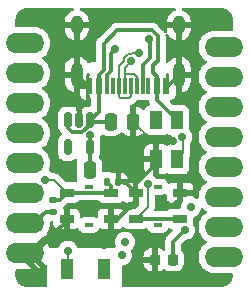
<source format=gbr>
%TF.GenerationSoftware,KiCad,Pcbnew,7.0.9*%
%TF.CreationDate,2024-03-18T09:44:21-07:00*%
%TF.ProjectId,ESP32S3_Board,45535033-3253-4335-9f42-6f6172642e6b,rev?*%
%TF.SameCoordinates,Original*%
%TF.FileFunction,Copper,L1,Top*%
%TF.FilePolarity,Positive*%
%FSLAX46Y46*%
G04 Gerber Fmt 4.6, Leading zero omitted, Abs format (unit mm)*
G04 Created by KiCad (PCBNEW 7.0.9) date 2024-03-18 09:44:21*
%MOMM*%
%LPD*%
G01*
G04 APERTURE LIST*
G04 Aperture macros list*
%AMRoundRect*
0 Rectangle with rounded corners*
0 $1 Rounding radius*
0 $2 $3 $4 $5 $6 $7 $8 $9 X,Y pos of 4 corners*
0 Add a 4 corners polygon primitive as box body*
4,1,4,$2,$3,$4,$5,$6,$7,$8,$9,$2,$3,0*
0 Add four circle primitives for the rounded corners*
1,1,$1+$1,$2,$3*
1,1,$1+$1,$4,$5*
1,1,$1+$1,$6,$7*
1,1,$1+$1,$8,$9*
0 Add four rect primitives between the rounded corners*
20,1,$1+$1,$2,$3,$4,$5,0*
20,1,$1+$1,$4,$5,$6,$7,0*
20,1,$1+$1,$6,$7,$8,$9,0*
20,1,$1+$1,$8,$9,$2,$3,0*%
G04 Aperture macros list end*
%TA.AperFunction,SMDPad,CuDef*%
%ADD10R,0.600000X1.450000*%
%TD*%
%TA.AperFunction,SMDPad,CuDef*%
%ADD11R,0.300000X1.450000*%
%TD*%
%TA.AperFunction,ComponentPad*%
%ADD12O,1.000000X2.100000*%
%TD*%
%TA.AperFunction,ComponentPad*%
%ADD13O,1.000000X1.600000*%
%TD*%
%TA.AperFunction,SMDPad,CuDef*%
%ADD14RoundRect,0.225000X0.225000X0.250000X-0.225000X0.250000X-0.225000X-0.250000X0.225000X-0.250000X0*%
%TD*%
%TA.AperFunction,SMDPad,CuDef*%
%ADD15RoundRect,0.250000X-0.250000X-0.475000X0.250000X-0.475000X0.250000X0.475000X-0.250000X0.475000X0*%
%TD*%
%TA.AperFunction,SMDPad,CuDef*%
%ADD16RoundRect,0.250000X0.250000X0.475000X-0.250000X0.475000X-0.250000X-0.475000X0.250000X-0.475000X0*%
%TD*%
%TA.AperFunction,SMDPad,CuDef*%
%ADD17R,1.250000X0.700000*%
%TD*%
%TA.AperFunction,SMDPad,CuDef*%
%ADD18R,0.700000X0.350000*%
%TD*%
%TA.AperFunction,SMDPad,CuDef*%
%ADD19R,1.000000X1.750000*%
%TD*%
%TA.AperFunction,ComponentPad*%
%ADD20O,2.400000X1.700000*%
%TD*%
%TA.AperFunction,SMDPad,CuDef*%
%ADD21RoundRect,0.140000X-0.140000X-0.170000X0.140000X-0.170000X0.140000X0.170000X-0.140000X0.170000X0*%
%TD*%
%TA.AperFunction,SMDPad,CuDef*%
%ADD22RoundRect,0.150000X-0.150000X0.512500X-0.150000X-0.512500X0.150000X-0.512500X0.150000X0.512500X0*%
%TD*%
%TA.AperFunction,SMDPad,CuDef*%
%ADD23RoundRect,0.135000X0.185000X-0.135000X0.185000X0.135000X-0.185000X0.135000X-0.185000X-0.135000X0*%
%TD*%
%TA.AperFunction,SMDPad,CuDef*%
%ADD24R,1.000000X1.550000*%
%TD*%
%TA.AperFunction,ViaPad*%
%ADD25C,0.700000*%
%TD*%
%TA.AperFunction,Conductor*%
%ADD26C,0.200000*%
%TD*%
%TA.AperFunction,Conductor*%
%ADD27C,0.300000*%
%TD*%
G04 APERTURE END LIST*
D10*
%TO.P,J1,A1,GND*%
%TO.N,GND*%
X149300000Y-83293000D03*
%TO.P,J1,A4,VBUS*%
%TO.N,VBUS*%
X148500000Y-83293000D03*
D11*
%TO.P,J1,A5,CC1*%
%TO.N,Net-(J1-CC1)*%
X147300000Y-83293000D03*
%TO.P,J1,A6,D+*%
%TO.N,/USB_D+*%
X146300000Y-83293000D03*
%TO.P,J1,A7,D-*%
%TO.N,/USB_D-*%
X145800000Y-83293000D03*
%TO.P,J1,A8,SBU1*%
%TO.N,unconnected-(J1-SBU1-PadA8)*%
X144800000Y-83293000D03*
D10*
%TO.P,J1,A9,VBUS*%
%TO.N,VBUS*%
X143600000Y-83293000D03*
%TO.P,J1,A12,GND*%
%TO.N,GND*%
X142800000Y-83293000D03*
%TO.P,J1,B1,GND*%
X142800000Y-83293000D03*
%TO.P,J1,B4,VBUS*%
%TO.N,VBUS*%
X143600000Y-83293000D03*
D11*
%TO.P,J1,B5,CC2*%
%TO.N,Net-(J1-CC2)*%
X144300000Y-83293000D03*
%TO.P,J1,B6,D+*%
%TO.N,/USB_D+*%
X145300000Y-83293000D03*
%TO.P,J1,B7,D-*%
%TO.N,/USB_D-*%
X146800000Y-83293000D03*
%TO.P,J1,B8,SBU2*%
%TO.N,unconnected-(J1-SBU2-PadB8)*%
X147800000Y-83293000D03*
D10*
%TO.P,J1,B9,VBUS*%
%TO.N,VBUS*%
X148500000Y-83293000D03*
%TO.P,J1,B12,GND*%
%TO.N,GND*%
X149300000Y-83293000D03*
D12*
%TO.P,J1,S1,SHIELD*%
X150370000Y-82378000D03*
D13*
X150370000Y-78198000D03*
D12*
X141730000Y-82378000D03*
D13*
X141730000Y-78198000D03*
%TD*%
D14*
%TO.P,C7,1*%
%TO.N,+3.3V*%
X149873000Y-98044000D03*
%TO.P,C7,2*%
%TO.N,GND*%
X148323000Y-98044000D03*
%TD*%
D15*
%TO.P,C13,1*%
%TO.N,VBUS*%
X144592000Y-86360000D03*
%TO.P,C13,2*%
%TO.N,GND*%
X146492000Y-86360000D03*
%TD*%
D16*
%TO.P,C12,1*%
%TO.N,+3.3V*%
X142870000Y-90424000D03*
%TO.P,C12,2*%
%TO.N,GND*%
X140970000Y-90424000D03*
%TD*%
D17*
%TO.P,SW2,1,1*%
%TO.N,GND*%
X146710000Y-92372000D03*
X150470000Y-92372000D03*
%TO.P,SW2,2,2*%
%TO.N,/BOOT*%
X146710000Y-94572000D03*
X150470000Y-94572000D03*
D18*
%TO.P,SW2,3*%
%TO.N,N/C*%
X148590000Y-95102000D03*
%TO.P,SW2,4*%
X148590000Y-91842000D03*
%TD*%
D19*
%TO.P,AE1,1,ANT*%
%TO.N,Net-(AE1-ANT)*%
X140914000Y-98806000D03*
%TO.P,AE1,2,2*%
%TO.N,unconnected-(AE1-Pad2)*%
X144074000Y-98806000D03*
%TD*%
D20*
%TO.P,J2,1,Pin_1*%
%TO.N,/IO7*%
X136930000Y-79710000D03*
X137780000Y-79710000D03*
%TO.P,J2,2,Pin_2*%
%TO.N,/IO6*%
X136930000Y-82250000D03*
X137780000Y-82250000D03*
%TO.P,J2,3,Pin_3*%
%TO.N,/IO5*%
X136930000Y-84790000D03*
X137780000Y-84790000D03*
%TO.P,J2,4,Pin_4*%
%TO.N,/IO4*%
X136930000Y-87330000D03*
X137780000Y-87330000D03*
%TO.P,J2,5,Pin_5*%
%TO.N,/IO3*%
X136930000Y-89870000D03*
X137780000Y-89870000D03*
%TO.P,J2,6,Pin_6*%
%TO.N,/IO2*%
X136930000Y-92410000D03*
X137780000Y-92410000D03*
%TO.P,J2,7,Pin_7*%
%TO.N,+3.3V*%
X136930000Y-94950000D03*
X137780000Y-94950000D03*
%TO.P,J2,8,Pin_8*%
%TO.N,GND*%
X136930000Y-97490000D03*
X137780000Y-97490000D03*
%TD*%
D21*
%TO.P,C11,1*%
%TO.N,/RESET*%
X144300000Y-91440000D03*
%TO.P,C11,2*%
%TO.N,GND*%
X145260000Y-91440000D03*
%TD*%
D17*
%TO.P,SW1,1,1*%
%TO.N,GND*%
X144628000Y-94572000D03*
X140868000Y-94572000D03*
%TO.P,SW1,2,2*%
%TO.N,/RESET*%
X144628000Y-92372000D03*
X140868000Y-92372000D03*
D18*
%TO.P,SW1,3*%
%TO.N,N/C*%
X142748000Y-91842000D03*
%TO.P,SW1,4*%
X142748000Y-95102000D03*
%TD*%
D22*
%TO.P,U2,1,VIN*%
%TO.N,VBUS*%
X142870000Y-86238500D03*
%TO.P,U2,2,GND*%
%TO.N,GND*%
X141920000Y-86238500D03*
%TO.P,U2,3,EN*%
%TO.N,VBUS*%
X140970000Y-86238500D03*
%TO.P,U2,4,NC*%
%TO.N,unconnected-(U2-NC-Pad4)*%
X140970000Y-88513500D03*
%TO.P,U2,5,VOUT*%
%TO.N,+3.3V*%
X142870000Y-88513500D03*
%TD*%
D23*
%TO.P,R2,1*%
%TO.N,+3.3V*%
X139700000Y-93982000D03*
%TO.P,R2,2*%
%TO.N,/RESET*%
X139700000Y-92962000D03*
%TD*%
D20*
%TO.P,J3,1,Pin_1*%
%TO.N,/IO17*%
X153740000Y-80010000D03*
X154590000Y-80010000D03*
%TO.P,J3,2,Pin_2*%
%TO.N,/IO33*%
X153740000Y-82550000D03*
X154590000Y-82550000D03*
%TO.P,J3,3,Pin_3*%
%TO.N,/IO34*%
X153740000Y-85090000D03*
X154590000Y-85090000D03*
%TO.P,J3,4,Pin_4*%
%TO.N,/IO35*%
X153740000Y-87630000D03*
X154590000Y-87630000D03*
%TO.P,J3,5,Pin_5*%
%TO.N,/IO36*%
X153740000Y-90170000D03*
X154590000Y-90170000D03*
%TO.P,J3,6,Pin_6*%
%TO.N,/IO37*%
X153740000Y-92710000D03*
X154590000Y-92710000D03*
%TO.P,J3,7,Pin_7*%
%TO.N,/IO38*%
X153740000Y-95250000D03*
X154590000Y-95250000D03*
%TO.P,J3,8,Pin_8*%
%TO.N,/IO45*%
X153740000Y-97790000D03*
X154590000Y-97790000D03*
%TD*%
D24*
%TO.P,LED1,1,VDD*%
%TO.N,VBUS*%
X150242000Y-86244000D03*
%TO.P,LED1,2,DOUT*%
%TO.N,unconnected-(LED1-DOUT-Pad2)*%
X148462000Y-86244000D03*
%TO.P,LED1,3,VSS*%
%TO.N,GND*%
X148462000Y-89524000D03*
%TO.P,LED1,4,DIN*%
%TO.N,/IO21*%
X150242000Y-89524000D03*
%TD*%
D25*
%TO.N,Net-(J1-CC1)*%
X147828756Y-79365519D03*
%TO.N,/RESET*%
X139077729Y-91325729D03*
%TO.N,/BOOT*%
X147740965Y-91656048D03*
%TO.N,+3.3V*%
X150876000Y-95504000D03*
X145542000Y-97663000D03*
X142876042Y-87504042D03*
X151384000Y-93599000D03*
%TO.N,/USB_D-*%
X146349124Y-81234876D03*
%TO.N,/USB_D+*%
X147020876Y-80563124D03*
%TO.N,GND*%
X146304000Y-89281000D03*
X146268666Y-93531762D03*
X149860000Y-88011000D03*
X144526000Y-88265000D03*
X146304000Y-90170000D03*
X150241000Y-93345000D03*
X144526000Y-89281000D03*
X151765000Y-96393000D03*
X146558000Y-98806000D03*
X146304000Y-88265000D03*
X145415000Y-90170000D03*
X140187680Y-90332578D03*
X138430000Y-99314000D03*
X146177000Y-99695000D03*
X142113000Y-84963000D03*
X145415000Y-89281000D03*
X145415000Y-88265000D03*
X144526000Y-90170000D03*
X144018000Y-96774000D03*
%TO.N,/IO21*%
X150657500Y-87630000D03*
%TO.N,Net-(J1-CC2)*%
X144991089Y-80221089D03*
%TO.N,Net-(C10-Pad2)*%
X145796000Y-96520000D03*
%TO.N,Net-(AE1-ANT)*%
X140970000Y-97282000D03*
%TD*%
D26*
%TO.N,/RESET*%
X139077729Y-91325729D02*
X139821729Y-91325729D01*
X139821729Y-91325729D02*
X140868000Y-92372000D01*
D27*
%TO.N,Net-(J1-CC1)*%
X147300000Y-81544162D02*
X147300000Y-83293000D01*
X147907170Y-79443933D02*
X147828756Y-79365519D01*
X147907170Y-80936992D02*
X147907170Y-79443933D01*
X147907170Y-80936992D02*
X147300000Y-81544162D01*
%TO.N,/RESET*%
X144628000Y-91768000D02*
X144300000Y-91440000D01*
X139700000Y-92962000D02*
X140278000Y-92962000D01*
X140278000Y-92962000D02*
X140868000Y-92372000D01*
X144628000Y-92372000D02*
X144628000Y-91768000D01*
X140868000Y-92372000D02*
X144628000Y-92372000D01*
D26*
%TO.N,/BOOT*%
X147740965Y-93541035D02*
X146710000Y-94572000D01*
D27*
X146710000Y-94572000D02*
X150470000Y-94572000D01*
D26*
X147740965Y-91656048D02*
X147740965Y-93541035D01*
D27*
%TO.N,+3.3V*%
X150876000Y-95504000D02*
X149873000Y-96507000D01*
X149873000Y-96507000D02*
X149873000Y-98044000D01*
X139098000Y-93982000D02*
X138130000Y-94950000D01*
X142870000Y-88513500D02*
X142870000Y-90424000D01*
X142870000Y-88513500D02*
X142870000Y-87510084D01*
X142870000Y-87510084D02*
X142876042Y-87504042D01*
X139700000Y-93982000D02*
X139098000Y-93982000D01*
D26*
%TO.N,/USB_D-*%
X145775000Y-81809000D02*
X145775000Y-82180499D01*
X146580000Y-82318000D02*
X146800000Y-82538000D01*
X145775000Y-82180499D02*
X145800000Y-82205499D01*
X146349124Y-81234876D02*
X145775000Y-81809000D01*
X145800000Y-82368000D02*
X145850000Y-82318000D01*
X146800000Y-82538000D02*
X146800000Y-83293000D01*
X145800000Y-83293000D02*
X145800000Y-82368000D01*
X145800000Y-82205499D02*
X145800000Y-83293000D01*
X145850000Y-82318000D02*
X146580000Y-82318000D01*
%TO.N,/USB_D+*%
X146312726Y-80634876D02*
X146100595Y-80634876D01*
X146384478Y-80563124D02*
X146312726Y-80634876D01*
X145749124Y-80986347D02*
X145749124Y-81198478D01*
X145300000Y-84218000D02*
X145410000Y-84328000D01*
X145749124Y-81198478D02*
X145325000Y-81622602D01*
X145300000Y-82205499D02*
X145300000Y-83293000D01*
X145325000Y-81622602D02*
X145325000Y-82180499D01*
X145325000Y-82180499D02*
X145300000Y-82205499D01*
X145300000Y-83293000D02*
X145300000Y-84218000D01*
X146300000Y-84218000D02*
X146300000Y-83293000D01*
X145410000Y-84328000D02*
X146190000Y-84328000D01*
X147020876Y-80563124D02*
X146384478Y-80563124D01*
X146190000Y-84328000D02*
X146300000Y-84218000D01*
X146100595Y-80634876D02*
X145749124Y-80986347D01*
%TO.N,GND*%
X142113000Y-86045500D02*
X141920000Y-86238500D01*
X148143000Y-88011000D02*
X149860000Y-88011000D01*
X146492000Y-86360000D02*
X148143000Y-88011000D01*
D27*
X150470000Y-92372000D02*
X150470000Y-93116000D01*
X142800000Y-83293000D02*
X142645000Y-83293000D01*
X145228428Y-94572000D02*
X146268666Y-93531762D01*
X146710000Y-92372000D02*
X146710000Y-93090428D01*
X149300000Y-83293000D02*
X149455000Y-83293000D01*
X142645000Y-83293000D02*
X141730000Y-82378000D01*
X148323000Y-98044000D02*
X147320000Y-98044000D01*
X145260000Y-91440000D02*
X145778000Y-91440000D01*
D26*
X142113000Y-84963000D02*
X142113000Y-86045500D01*
D27*
X140868000Y-94752000D02*
X138130000Y-97490000D01*
X140868000Y-94572000D02*
X140868000Y-94752000D01*
X145260000Y-91440000D02*
X145260000Y-90325000D01*
X146710000Y-91669000D02*
X146710000Y-92372000D01*
X148462000Y-89524000D02*
X148462000Y-89917000D01*
X149455000Y-83293000D02*
X150370000Y-82378000D01*
X150470000Y-93116000D02*
X150241000Y-93345000D01*
X145778000Y-91440000D02*
X146710000Y-92372000D01*
X148462000Y-89917000D02*
X146710000Y-91669000D01*
X146710000Y-93090428D02*
X146268666Y-93531762D01*
X140187680Y-90332578D02*
X140878578Y-90332578D01*
X144628000Y-94572000D02*
X145228428Y-94572000D01*
X147320000Y-98044000D02*
X146558000Y-98806000D01*
X145260000Y-90325000D02*
X145415000Y-90170000D01*
X140878578Y-90332578D02*
X140970000Y-90424000D01*
%TO.N,VBUS*%
X148215000Y-81547695D02*
X148590000Y-81172695D01*
X144592000Y-86360000D02*
X142991500Y-86360000D01*
X148500000Y-84502000D02*
X150242000Y-86244000D01*
X148590000Y-79121000D02*
X148082000Y-78613000D01*
X142991500Y-86360000D02*
X142870000Y-86238500D01*
X148215000Y-82233000D02*
X148215000Y-81547695D01*
X143600000Y-82433305D02*
X143600000Y-83293000D01*
X145161000Y-78613000D02*
X144018000Y-79756000D01*
X140970000Y-86238500D02*
X140970000Y-86900999D01*
X148500000Y-83293000D02*
X148500000Y-82518000D01*
X148082000Y-78613000D02*
X145161000Y-78613000D01*
X143600000Y-83293000D02*
X143600000Y-85508500D01*
X144018000Y-82015305D02*
X143600000Y-82433305D01*
X148500000Y-82518000D02*
X148215000Y-82233000D01*
X140970000Y-86900999D02*
X141318001Y-87249000D01*
X148590000Y-81172695D02*
X148590000Y-79121000D01*
X141318001Y-87249000D02*
X142212552Y-87249000D01*
X143600000Y-85508500D02*
X142870000Y-86238500D01*
X142212552Y-87249000D02*
X142870000Y-86591552D01*
X144018000Y-79756000D02*
X144018000Y-82015305D01*
X142870000Y-86591552D02*
X142870000Y-86238500D01*
X148500000Y-83293000D02*
X148500000Y-84502000D01*
D26*
%TO.N,/IO21*%
X150657500Y-87630000D02*
X150749000Y-87721500D01*
X150749000Y-89017000D02*
X150242000Y-89524000D01*
X150749000Y-87721500D02*
X150749000Y-89017000D01*
D27*
%TO.N,Net-(J1-CC2)*%
X144300000Y-83293000D02*
X144300000Y-82369701D01*
X144595000Y-80617178D02*
X144991089Y-80221089D01*
X144595000Y-82074701D02*
X144595000Y-80617178D01*
X144300000Y-82369701D02*
X144595000Y-82074701D01*
D26*
%TO.N,Net-(AE1-ANT)*%
X140970000Y-98750000D02*
X140914000Y-98806000D01*
X140970000Y-97282000D02*
X140970000Y-98750000D01*
%TD*%
%TA.AperFunction,Conductor*%
%TO.N,GND*%
G36*
X140418129Y-89544076D02*
G01*
X140418133Y-89544079D01*
X140418135Y-89544081D01*
X140559602Y-89627744D01*
X140601224Y-89639836D01*
X140717426Y-89673597D01*
X140717429Y-89673597D01*
X140717431Y-89673598D01*
X140729722Y-89674565D01*
X140754304Y-89676500D01*
X140754306Y-89676500D01*
X141185696Y-89676500D01*
X141204131Y-89675049D01*
X141222569Y-89673598D01*
X141222571Y-89673597D01*
X141222573Y-89673597D01*
X141264191Y-89661505D01*
X141380398Y-89627744D01*
X141521865Y-89544081D01*
X141530946Y-89535000D01*
X141732000Y-89535000D01*
X141732000Y-91440000D01*
X140785235Y-91440000D01*
X140277049Y-90931814D01*
X140271709Y-90925724D01*
X140250011Y-90897447D01*
X140124570Y-90801193D01*
X139978491Y-90740685D01*
X139978489Y-90740684D01*
X139861090Y-90725229D01*
X139821729Y-90720047D01*
X139786399Y-90724698D01*
X139778301Y-90725229D01*
X139736458Y-90725229D01*
X139669419Y-90705544D01*
X139653484Y-90693378D01*
X139649962Y-90690206D01*
X139649959Y-90690203D01*
X139627827Y-90674123D01*
X139573000Y-90634288D01*
X139573000Y-89789000D01*
X139827000Y-89535000D01*
X140409053Y-89535000D01*
X140418129Y-89544076D01*
G37*
%TD.AperFunction*%
%TD*%
%TA.AperFunction,Conductor*%
%TO.N,GND*%
G36*
X137017680Y-97224128D02*
G01*
X138564696Y-98771144D01*
X138593492Y-98763429D01*
X138593493Y-98763429D01*
X138666044Y-98729597D01*
X137815696Y-97879249D01*
X137856900Y-97914952D01*
X137987685Y-97974680D01*
X138094237Y-97990000D01*
X138165763Y-97990000D01*
X138272315Y-97974680D01*
X138403100Y-97914952D01*
X138486359Y-97842807D01*
X139094004Y-98450452D01*
X139135039Y-98462502D01*
X139180794Y-98515306D01*
X139183583Y-98528126D01*
X139192000Y-98548447D01*
X139192000Y-98879776D01*
X139192000Y-100205500D01*
X139172315Y-100272539D01*
X139119511Y-100318294D01*
X139068000Y-100329500D01*
X137527710Y-100329500D01*
X137522303Y-100329264D01*
X137520015Y-100329063D01*
X137479554Y-100325523D01*
X137353238Y-100313082D01*
X137333299Y-100309454D01*
X137266669Y-100291601D01*
X137173435Y-100263319D01*
X137157027Y-100257040D01*
X137108433Y-100234381D01*
X137089618Y-100225607D01*
X137086605Y-100224101D01*
X137002671Y-100179236D01*
X136996331Y-100175341D01*
X136930170Y-100129015D01*
X136926398Y-100126154D01*
X136854190Y-100066895D01*
X136849688Y-100062815D01*
X136792182Y-100005309D01*
X136788103Y-100000808D01*
X136728844Y-99928600D01*
X136725983Y-99924828D01*
X136679657Y-99858667D01*
X136675762Y-99852327D01*
X136650982Y-99805969D01*
X136630888Y-99768375D01*
X136629406Y-99765411D01*
X136597958Y-99697971D01*
X136591682Y-99681570D01*
X136563398Y-99588330D01*
X136545541Y-99521685D01*
X136541918Y-99501771D01*
X136529482Y-99375519D01*
X136525735Y-99332695D01*
X136525500Y-99327293D01*
X136525500Y-98964000D01*
X136545185Y-98896961D01*
X136597989Y-98851206D01*
X136649500Y-98840000D01*
X137338946Y-98840000D01*
X137344189Y-98839541D01*
X137365811Y-98839541D01*
X137371054Y-98840000D01*
X137926446Y-98840000D01*
X136932552Y-97846106D01*
X136961761Y-97820798D01*
X137039493Y-97699844D01*
X137080000Y-97561889D01*
X137080000Y-97418111D01*
X137039493Y-97280156D01*
X136993498Y-97208587D01*
X137017680Y-97224128D01*
G37*
%TD.AperFunction*%
%TA.AperFunction,Conductor*%
G36*
X153942695Y-76708735D02*
G01*
X153985519Y-76712482D01*
X154111771Y-76724918D01*
X154131685Y-76728541D01*
X154198349Y-76746403D01*
X154291570Y-76774682D01*
X154307971Y-76780958D01*
X154308848Y-76781367D01*
X154375411Y-76812406D01*
X154378375Y-76813888D01*
X154415969Y-76833982D01*
X154462327Y-76858762D01*
X154468667Y-76862657D01*
X154534828Y-76908983D01*
X154538600Y-76911844D01*
X154544494Y-76916681D01*
X154583609Y-76948782D01*
X154610808Y-76971103D01*
X154615309Y-76975182D01*
X154672815Y-77032688D01*
X154676895Y-77037190D01*
X154736154Y-77109398D01*
X154739015Y-77113170D01*
X154785341Y-77179331D01*
X154789236Y-77185671D01*
X154834101Y-77269605D01*
X154835614Y-77272631D01*
X154867040Y-77340027D01*
X154873319Y-77356435D01*
X154901601Y-77449669D01*
X154919454Y-77516299D01*
X154923082Y-77536238D01*
X154935523Y-77662554D01*
X154939264Y-77705302D01*
X154939500Y-77710710D01*
X154939500Y-78535500D01*
X154919815Y-78602539D01*
X154867011Y-78648294D01*
X154815500Y-78659500D01*
X154181028Y-78659500D01*
X154175784Y-78659958D01*
X154154216Y-78659958D01*
X154148972Y-78659500D01*
X154148966Y-78659500D01*
X153331034Y-78659500D01*
X153154596Y-78674936D01*
X153154586Y-78674938D01*
X152926344Y-78736094D01*
X152926335Y-78736098D01*
X152712171Y-78835964D01*
X152712169Y-78835965D01*
X152518597Y-78971505D01*
X152351506Y-79138597D01*
X152351501Y-79138604D01*
X152215967Y-79332165D01*
X152215965Y-79332169D01*
X152184133Y-79400434D01*
X152117503Y-79543323D01*
X152116098Y-79546335D01*
X152116094Y-79546344D01*
X152054938Y-79774586D01*
X152054936Y-79774596D01*
X152034341Y-80009999D01*
X152034341Y-80010000D01*
X152054936Y-80245403D01*
X152054938Y-80245413D01*
X152116094Y-80473655D01*
X152116096Y-80473659D01*
X152116097Y-80473663D01*
X152166031Y-80580746D01*
X152215964Y-80687828D01*
X152215965Y-80687830D01*
X152351505Y-80881402D01*
X152518597Y-81048494D01*
X152704158Y-81178425D01*
X152747783Y-81233002D01*
X152754977Y-81302500D01*
X152723454Y-81364855D01*
X152704158Y-81381575D01*
X152518597Y-81511505D01*
X152351506Y-81678597D01*
X152351501Y-81678604D01*
X152215967Y-81872165D01*
X152215965Y-81872169D01*
X152116098Y-82086335D01*
X152116094Y-82086344D01*
X152054938Y-82314586D01*
X152054936Y-82314596D01*
X152034341Y-82549999D01*
X152034341Y-82550000D01*
X152054936Y-82785403D01*
X152054938Y-82785413D01*
X152116094Y-83013655D01*
X152116096Y-83013659D01*
X152116097Y-83013663D01*
X152151072Y-83088666D01*
X152215964Y-83227828D01*
X152215965Y-83227830D01*
X152351505Y-83421402D01*
X152518597Y-83588494D01*
X152704158Y-83718425D01*
X152747783Y-83773002D01*
X152754977Y-83842500D01*
X152723454Y-83904855D01*
X152704158Y-83921575D01*
X152518597Y-84051505D01*
X152351506Y-84218597D01*
X152351501Y-84218604D01*
X152215967Y-84412165D01*
X152215965Y-84412169D01*
X152116098Y-84626335D01*
X152116094Y-84626344D01*
X152054938Y-84854586D01*
X152054936Y-84854596D01*
X152034341Y-85089999D01*
X152034341Y-85090000D01*
X152054936Y-85325403D01*
X152054938Y-85325413D01*
X152116094Y-85553655D01*
X152116096Y-85553659D01*
X152116097Y-85553663D01*
X152148628Y-85623426D01*
X152215964Y-85767828D01*
X152215965Y-85767830D01*
X152351505Y-85961402D01*
X152518597Y-86128494D01*
X152704158Y-86258425D01*
X152747783Y-86313002D01*
X152754977Y-86382500D01*
X152723454Y-86444855D01*
X152704158Y-86461575D01*
X152518597Y-86591505D01*
X152351506Y-86758597D01*
X152351501Y-86758604D01*
X152215967Y-86952165D01*
X152215965Y-86952169D01*
X152116098Y-87166335D01*
X152116094Y-87166344D01*
X152054938Y-87394586D01*
X152054936Y-87394596D01*
X152034341Y-87629999D01*
X152034341Y-87630000D01*
X152054936Y-87865403D01*
X152054938Y-87865413D01*
X152116094Y-88093655D01*
X152116096Y-88093659D01*
X152116097Y-88093663D01*
X152134170Y-88132420D01*
X152215964Y-88307828D01*
X152215965Y-88307830D01*
X152351505Y-88501402D01*
X152518597Y-88668494D01*
X152704158Y-88798425D01*
X152747783Y-88853002D01*
X152754977Y-88922500D01*
X152723454Y-88984855D01*
X152704158Y-89001575D01*
X152518597Y-89131505D01*
X152351506Y-89298597D01*
X152351501Y-89298604D01*
X152215967Y-89492165D01*
X152215965Y-89492169D01*
X152116098Y-89706335D01*
X152116094Y-89706344D01*
X152054938Y-89934586D01*
X152054936Y-89934596D01*
X152034341Y-90169999D01*
X152034341Y-90170000D01*
X152054936Y-90405403D01*
X152054938Y-90405413D01*
X152116094Y-90633655D01*
X152116096Y-90633659D01*
X152116097Y-90633663D01*
X152149616Y-90705544D01*
X152215964Y-90847828D01*
X152215965Y-90847830D01*
X152351505Y-91041402D01*
X152518597Y-91208494D01*
X152704158Y-91338425D01*
X152747783Y-91393002D01*
X152754977Y-91462500D01*
X152723454Y-91524855D01*
X152704158Y-91541575D01*
X152518597Y-91671505D01*
X152351506Y-91838597D01*
X152351501Y-91838604D01*
X152215967Y-92032165D01*
X152215965Y-92032169D01*
X152116098Y-92246335D01*
X152116094Y-92246344D01*
X152054938Y-92474586D01*
X152054936Y-92474596D01*
X152034341Y-92709999D01*
X152034341Y-92710003D01*
X152039609Y-92770225D01*
X152025842Y-92838725D01*
X151977226Y-92888907D01*
X151909197Y-92904840D01*
X151843354Y-92881464D01*
X151843194Y-92881348D01*
X151811593Y-92858388D01*
X151668564Y-92794707D01*
X151615327Y-92749457D01*
X151595006Y-92682608D01*
X151595000Y-92681428D01*
X151595000Y-92622000D01*
X150720000Y-92622000D01*
X150720000Y-93017795D01*
X150700315Y-93084834D01*
X150695695Y-93090887D01*
X150695960Y-93091079D01*
X150692138Y-93096338D01*
X150602750Y-93251164D01*
X150602747Y-93251170D01*
X150547504Y-93421192D01*
X150547503Y-93421194D01*
X150543617Y-93458172D01*
X150530180Y-93586018D01*
X150528136Y-93605463D01*
X150526526Y-93605293D01*
X150509130Y-93664539D01*
X150456326Y-93710294D01*
X150404815Y-93721500D01*
X149797129Y-93721500D01*
X149797123Y-93721501D01*
X149737516Y-93727908D01*
X149602671Y-93778202D01*
X149602664Y-93778206D01*
X149487457Y-93864451D01*
X149487451Y-93864457D01*
X149481948Y-93871809D01*
X149426015Y-93913681D01*
X149382680Y-93921500D01*
X148418927Y-93921500D01*
X148351888Y-93901815D01*
X148306133Y-93849011D01*
X148296189Y-93779853D01*
X148304366Y-93750047D01*
X148305009Y-93748495D01*
X148326009Y-93697797D01*
X148336941Y-93614760D01*
X148339016Y-93599000D01*
X148346647Y-93541036D01*
X148346647Y-93541034D01*
X148344838Y-93527301D01*
X148341995Y-93505704D01*
X148341465Y-93497606D01*
X148341465Y-92641499D01*
X148361150Y-92574460D01*
X148413954Y-92528705D01*
X148465465Y-92517499D01*
X148987871Y-92517499D01*
X148987872Y-92517499D01*
X149047483Y-92511091D01*
X149177669Y-92462534D01*
X149247358Y-92457551D01*
X149308681Y-92491036D01*
X149342166Y-92552359D01*
X149345000Y-92578717D01*
X149345000Y-92769844D01*
X149351401Y-92829372D01*
X149351403Y-92829379D01*
X149401645Y-92964086D01*
X149401649Y-92964093D01*
X149487809Y-93079187D01*
X149487812Y-93079190D01*
X149602906Y-93165350D01*
X149602913Y-93165354D01*
X149737620Y-93215596D01*
X149737627Y-93215598D01*
X149797155Y-93221999D01*
X149797172Y-93222000D01*
X150220000Y-93222000D01*
X150220000Y-91522000D01*
X150720000Y-91522000D01*
X150720000Y-92122000D01*
X151595000Y-92122000D01*
X151595000Y-91974172D01*
X151594999Y-91974155D01*
X151588598Y-91914627D01*
X151588596Y-91914620D01*
X151538354Y-91779913D01*
X151538350Y-91779906D01*
X151452190Y-91664812D01*
X151452187Y-91664809D01*
X151337093Y-91578649D01*
X151337086Y-91578645D01*
X151202379Y-91528403D01*
X151202372Y-91528401D01*
X151142844Y-91522000D01*
X150720000Y-91522000D01*
X150220000Y-91522000D01*
X149797155Y-91522000D01*
X149737627Y-91528401D01*
X149737620Y-91528403D01*
X149602913Y-91578645D01*
X149595128Y-91582897D01*
X149593467Y-91579855D01*
X149543523Y-91598423D01*
X149475267Y-91583497D01*
X149425915Y-91534038D01*
X149418629Y-91518061D01*
X149383798Y-91424673D01*
X149383793Y-91424664D01*
X149297547Y-91309455D01*
X149297544Y-91309452D01*
X149182335Y-91223206D01*
X149182328Y-91223202D01*
X149047482Y-91172908D01*
X149047483Y-91172908D01*
X148987883Y-91166501D01*
X148987881Y-91166500D01*
X148987873Y-91166500D01*
X148987865Y-91166500D01*
X148499843Y-91166500D01*
X148432804Y-91146815D01*
X148407693Y-91125472D01*
X148313200Y-91020526D01*
X148313197Y-91020524D01*
X148313196Y-91020523D01*
X148313195Y-91020522D01*
X148243735Y-90970056D01*
X148201071Y-90914726D01*
X148195092Y-90845113D01*
X148212000Y-90813068D01*
X148212000Y-89774000D01*
X147462000Y-89774000D01*
X147462000Y-90346844D01*
X147468401Y-90406372D01*
X147468403Y-90406379D01*
X147518645Y-90541086D01*
X147518647Y-90541089D01*
X147591453Y-90638344D01*
X147615871Y-90703808D01*
X147601020Y-90772081D01*
X147551615Y-90821487D01*
X147517969Y-90833946D01*
X147476697Y-90842719D01*
X147476693Y-90842720D01*
X147313373Y-90915435D01*
X147168733Y-91020523D01*
X147049105Y-91153384D01*
X146959715Y-91308212D01*
X146959712Y-91308218D01*
X146904469Y-91478240D01*
X146904468Y-91478242D01*
X146885780Y-91656048D01*
X146904468Y-91833852D01*
X146906012Y-91838604D01*
X146953931Y-91986084D01*
X146960000Y-92024398D01*
X146960000Y-93222000D01*
X146996319Y-93258319D01*
X146994463Y-93260174D01*
X147024197Y-93294489D01*
X147034141Y-93363647D01*
X147005116Y-93427203D01*
X146999088Y-93433676D01*
X146869020Y-93563744D01*
X146747583Y-93685181D01*
X146686260Y-93718666D01*
X146659902Y-93721500D01*
X146037129Y-93721500D01*
X146037123Y-93721501D01*
X145977516Y-93727908D01*
X145842671Y-93778202D01*
X145842668Y-93778204D01*
X145742894Y-93852895D01*
X145677429Y-93877312D01*
X145609156Y-93862460D01*
X145594272Y-93852895D01*
X145495089Y-93778647D01*
X145495086Y-93778645D01*
X145360379Y-93728403D01*
X145360372Y-93728401D01*
X145300844Y-93722000D01*
X144878000Y-93722000D01*
X144878000Y-95422000D01*
X145300828Y-95422000D01*
X145300844Y-95421999D01*
X145360372Y-95415598D01*
X145360379Y-95415596D01*
X145495086Y-95365354D01*
X145495093Y-95365350D01*
X145594272Y-95291105D01*
X145659736Y-95266687D01*
X145728009Y-95281538D01*
X145742890Y-95291101D01*
X145742895Y-95291105D01*
X145842669Y-95365796D01*
X145842671Y-95365797D01*
X145977517Y-95416091D01*
X145977516Y-95416091D01*
X145984444Y-95416835D01*
X146037127Y-95422500D01*
X147382872Y-95422499D01*
X147442483Y-95416091D01*
X147577331Y-95365796D01*
X147577334Y-95365793D01*
X147585114Y-95361546D01*
X147586794Y-95364624D01*
X147636508Y-95346075D01*
X147704783Y-95360918D01*
X147754195Y-95410317D01*
X147761552Y-95426425D01*
X147796202Y-95519328D01*
X147796206Y-95519335D01*
X147882452Y-95634544D01*
X147882455Y-95634547D01*
X147997664Y-95720793D01*
X147997671Y-95720797D01*
X148132517Y-95771091D01*
X148132516Y-95771091D01*
X148139444Y-95771835D01*
X148192127Y-95777500D01*
X148987872Y-95777499D01*
X149047483Y-95771091D01*
X149182331Y-95720796D01*
X149297546Y-95634546D01*
X149383796Y-95519331D01*
X149418447Y-95426425D01*
X149460317Y-95370492D01*
X149525781Y-95346074D01*
X149594054Y-95360925D01*
X149595786Y-95362037D01*
X149602671Y-95365797D01*
X149647618Y-95382561D01*
X149737517Y-95416091D01*
X149756523Y-95418134D01*
X149821071Y-95444870D01*
X149860921Y-95502262D01*
X149863416Y-95572087D01*
X149830948Y-95629104D01*
X149473483Y-95986569D01*
X149460910Y-95996643D01*
X149461065Y-95996830D01*
X149455059Y-96001798D01*
X149430434Y-96028021D01*
X149405809Y-96054244D01*
X149394949Y-96065104D01*
X149384088Y-96075965D01*
X149384078Y-96075977D01*
X149379587Y-96081765D01*
X149375801Y-96086197D01*
X149342552Y-96121606D01*
X149332322Y-96140213D01*
X149321646Y-96156464D01*
X149308640Y-96173232D01*
X149308636Y-96173238D01*
X149289348Y-96217811D01*
X149286777Y-96223058D01*
X149263372Y-96265630D01*
X149263372Y-96265631D01*
X149258091Y-96286199D01*
X149251791Y-96304601D01*
X149243364Y-96324073D01*
X149235766Y-96372047D01*
X149234581Y-96377770D01*
X149222500Y-96424818D01*
X149222500Y-96446044D01*
X149220973Y-96465444D01*
X149217653Y-96486403D01*
X149222225Y-96534767D01*
X149222500Y-96540606D01*
X149222500Y-97142125D01*
X149202815Y-97209164D01*
X149186181Y-97229806D01*
X149185327Y-97230660D01*
X149124004Y-97264145D01*
X149054312Y-97259161D01*
X149009965Y-97230660D01*
X149000732Y-97221427D01*
X149000728Y-97221424D01*
X148856492Y-97132457D01*
X148856481Y-97132452D01*
X148695606Y-97079144D01*
X148596322Y-97069000D01*
X148573000Y-97069000D01*
X148573000Y-99018999D01*
X148596308Y-99018999D01*
X148596322Y-99018998D01*
X148695607Y-99008855D01*
X148856481Y-98955547D01*
X148856492Y-98955542D01*
X149000731Y-98866573D01*
X149009959Y-98857345D01*
X149071279Y-98823856D01*
X149140971Y-98828835D01*
X149185327Y-98857339D01*
X149194955Y-98866967D01*
X149194959Y-98866970D01*
X149339294Y-98955998D01*
X149339297Y-98955999D01*
X149339303Y-98956003D01*
X149500292Y-99009349D01*
X149599655Y-99019500D01*
X150146344Y-99019499D01*
X150146352Y-99019498D01*
X150146355Y-99019498D01*
X150200760Y-99013940D01*
X150245708Y-99009349D01*
X150406697Y-98956003D01*
X150551044Y-98866968D01*
X150670968Y-98747044D01*
X150760003Y-98602697D01*
X150813349Y-98441708D01*
X150823500Y-98342345D01*
X150823499Y-97745656D01*
X150813349Y-97646292D01*
X150760003Y-97485303D01*
X150759999Y-97485297D01*
X150759998Y-97485294D01*
X150670970Y-97340959D01*
X150670969Y-97340958D01*
X150670968Y-97340956D01*
X150559818Y-97229806D01*
X150526334Y-97168483D01*
X150523500Y-97142125D01*
X150523500Y-96827808D01*
X150543185Y-96760769D01*
X150559819Y-96740127D01*
X150695091Y-96604855D01*
X150914092Y-96385853D01*
X150975413Y-96352370D01*
X150975477Y-96352356D01*
X151140267Y-96317329D01*
X151303593Y-96244612D01*
X151448230Y-96139526D01*
X151464365Y-96121607D01*
X151474148Y-96110741D01*
X151567859Y-96006665D01*
X151657250Y-95851835D01*
X151712497Y-95681803D01*
X151731185Y-95504000D01*
X151712497Y-95326197D01*
X151678804Y-95222500D01*
X151657252Y-95156170D01*
X151657249Y-95156164D01*
X151608535Y-95071789D01*
X151592062Y-95003889D01*
X151592630Y-94996559D01*
X151595500Y-94969873D01*
X151595499Y-94516348D01*
X151615183Y-94449310D01*
X151667987Y-94403555D01*
X151668959Y-94403116D01*
X151811593Y-94339612D01*
X151956230Y-94234526D01*
X152075859Y-94101665D01*
X152165250Y-93946835D01*
X152220497Y-93776803D01*
X152224367Y-93739982D01*
X152250950Y-93675370D01*
X152308248Y-93635385D01*
X152378067Y-93632725D01*
X152435368Y-93665265D01*
X152518597Y-93748494D01*
X152704158Y-93878425D01*
X152747783Y-93933002D01*
X152754977Y-94002500D01*
X152723454Y-94064855D01*
X152704158Y-94081575D01*
X152518597Y-94211505D01*
X152351506Y-94378597D01*
X152351501Y-94378604D01*
X152215967Y-94572165D01*
X152215965Y-94572169D01*
X152116098Y-94786335D01*
X152116094Y-94786344D01*
X152054938Y-95014586D01*
X152054936Y-95014596D01*
X152034341Y-95249999D01*
X152034341Y-95250000D01*
X152054936Y-95485403D01*
X152054938Y-95485413D01*
X152116094Y-95713655D01*
X152116096Y-95713659D01*
X152116097Y-95713663D01*
X152146746Y-95779389D01*
X152215964Y-95927828D01*
X152215965Y-95927830D01*
X152351505Y-96121402D01*
X152518597Y-96288494D01*
X152704158Y-96418425D01*
X152747783Y-96473002D01*
X152754977Y-96542500D01*
X152723454Y-96604855D01*
X152704158Y-96621575D01*
X152518597Y-96751505D01*
X152351506Y-96918597D01*
X152351501Y-96918604D01*
X152215967Y-97112165D01*
X152215965Y-97112169D01*
X152116098Y-97326335D01*
X152116094Y-97326344D01*
X152054938Y-97554586D01*
X152054936Y-97554596D01*
X152034341Y-97789999D01*
X152034341Y-97790000D01*
X152054936Y-98025403D01*
X152054938Y-98025413D01*
X152116094Y-98253655D01*
X152116096Y-98253659D01*
X152116097Y-98253663D01*
X152134907Y-98294000D01*
X152215964Y-98467828D01*
X152215965Y-98467830D01*
X152351505Y-98661402D01*
X152518597Y-98828494D01*
X152712169Y-98964034D01*
X152712171Y-98964035D01*
X152926337Y-99063903D01*
X153154592Y-99125063D01*
X153331034Y-99140500D01*
X154148960Y-99140500D01*
X154148966Y-99140500D01*
X154154189Y-99140043D01*
X154175811Y-99140043D01*
X154181034Y-99140500D01*
X154815500Y-99140500D01*
X154882539Y-99160185D01*
X154928294Y-99212989D01*
X154939500Y-99264500D01*
X154939500Y-99327289D01*
X154939264Y-99332697D01*
X154935523Y-99375445D01*
X154923082Y-99501760D01*
X154919454Y-99521699D01*
X154901601Y-99588330D01*
X154873318Y-99681563D01*
X154867040Y-99697971D01*
X154835614Y-99765367D01*
X154834101Y-99768393D01*
X154789236Y-99852327D01*
X154785341Y-99858667D01*
X154739015Y-99924828D01*
X154736154Y-99928600D01*
X154676895Y-100000808D01*
X154672806Y-100005320D01*
X154615320Y-100062806D01*
X154610808Y-100066895D01*
X154538600Y-100126154D01*
X154534828Y-100129015D01*
X154468667Y-100175341D01*
X154462327Y-100179236D01*
X154378393Y-100224101D01*
X154375367Y-100225614D01*
X154307971Y-100257040D01*
X154291563Y-100263318D01*
X154198330Y-100291601D01*
X154131699Y-100309454D01*
X154111760Y-100313082D01*
X153985445Y-100325523D01*
X153944789Y-100329080D01*
X153942696Y-100329264D01*
X153937290Y-100329500D01*
X145666000Y-100329500D01*
X145598961Y-100309815D01*
X145553206Y-100257011D01*
X145542000Y-100205500D01*
X145542000Y-98632913D01*
X145561685Y-98565874D01*
X145614489Y-98520119D01*
X145640214Y-98511624D01*
X145806267Y-98476329D01*
X145969593Y-98403612D01*
X146114230Y-98298526D01*
X146118306Y-98294000D01*
X147373001Y-98294000D01*
X147373001Y-98342322D01*
X147383144Y-98441607D01*
X147436452Y-98602481D01*
X147436457Y-98602492D01*
X147525424Y-98746728D01*
X147525427Y-98746732D01*
X147645267Y-98866572D01*
X147645271Y-98866575D01*
X147789507Y-98955542D01*
X147789518Y-98955547D01*
X147950393Y-99008855D01*
X148049683Y-99018999D01*
X148073000Y-99018998D01*
X148073000Y-98294000D01*
X147373001Y-98294000D01*
X146118306Y-98294000D01*
X146154632Y-98253655D01*
X146233859Y-98165665D01*
X146323250Y-98010835D01*
X146378497Y-97840803D01*
X146383416Y-97794000D01*
X147373000Y-97794000D01*
X148073000Y-97794000D01*
X148073000Y-97068999D01*
X148049693Y-97069000D01*
X148049674Y-97069001D01*
X147950392Y-97079144D01*
X147789518Y-97132452D01*
X147789507Y-97132457D01*
X147645271Y-97221424D01*
X147645267Y-97221427D01*
X147525427Y-97341267D01*
X147525424Y-97341271D01*
X147436457Y-97485507D01*
X147436452Y-97485518D01*
X147383144Y-97646393D01*
X147373000Y-97745677D01*
X147373000Y-97794000D01*
X146383416Y-97794000D01*
X146397185Y-97663000D01*
X146378497Y-97485197D01*
X146349912Y-97397222D01*
X146323251Y-97315167D01*
X146321387Y-97310982D01*
X146312093Y-97241733D01*
X146341714Y-97178453D01*
X146361773Y-97160217D01*
X146368230Y-97155526D01*
X146487859Y-97022665D01*
X146577250Y-96867835D01*
X146632497Y-96697803D01*
X146651185Y-96520000D01*
X146632497Y-96342197D01*
X146592466Y-96218994D01*
X146577252Y-96172170D01*
X146577249Y-96172164D01*
X146568185Y-96156464D01*
X146487859Y-96017335D01*
X146441003Y-95965296D01*
X146368235Y-95884478D01*
X146368232Y-95884476D01*
X146368231Y-95884475D01*
X146368230Y-95884474D01*
X146223593Y-95779388D01*
X146060267Y-95706671D01*
X146060265Y-95706670D01*
X145932594Y-95679533D01*
X145885391Y-95669500D01*
X145706609Y-95669500D01*
X145675954Y-95676015D01*
X145531733Y-95706670D01*
X145531728Y-95706672D01*
X145368408Y-95779387D01*
X145223768Y-95884475D01*
X145104140Y-96017336D01*
X145014750Y-96172164D01*
X145014747Y-96172170D01*
X144959504Y-96342192D01*
X144959503Y-96342194D01*
X144940815Y-96520000D01*
X144959503Y-96697805D01*
X144959504Y-96697807D01*
X145014050Y-96865682D01*
X145016045Y-96935523D01*
X144979965Y-96995356D01*
X144917264Y-97026184D01*
X144896119Y-97028000D01*
X141871830Y-97028000D01*
X141804791Y-97008315D01*
X141759036Y-96955511D01*
X141753898Y-96942315D01*
X141751251Y-96934169D01*
X141751250Y-96934165D01*
X141661859Y-96779335D01*
X141588449Y-96697805D01*
X141542235Y-96646478D01*
X141542232Y-96646476D01*
X141542231Y-96646475D01*
X141542230Y-96646474D01*
X141397593Y-96541388D01*
X141234267Y-96468671D01*
X141234265Y-96468670D01*
X141106594Y-96441533D01*
X141059391Y-96431500D01*
X140880609Y-96431500D01*
X140849954Y-96438015D01*
X140705733Y-96468670D01*
X140705728Y-96468672D01*
X140542408Y-96541387D01*
X140397768Y-96646475D01*
X140278140Y-96779336D01*
X140188750Y-96934164D01*
X140188748Y-96934169D01*
X140186102Y-96942315D01*
X140146666Y-96999992D01*
X140082308Y-97027191D01*
X140068170Y-97028000D01*
X139483122Y-97028000D01*
X139416083Y-97008315D01*
X139370740Y-96956404D01*
X139303602Y-96812426D01*
X139303599Y-96812420D01*
X139168113Y-96618926D01*
X139168108Y-96618920D01*
X139086370Y-96537182D01*
X139086369Y-96537182D01*
X138486359Y-97137191D01*
X138403100Y-97065048D01*
X138272315Y-97005320D01*
X138165763Y-96990000D01*
X138094237Y-96990000D01*
X137987685Y-97005320D01*
X137856900Y-97065048D01*
X137815695Y-97100751D01*
X138678363Y-96238081D01*
X138680492Y-96218994D01*
X138724547Y-96164764D01*
X138742443Y-96154524D01*
X138807829Y-96124035D01*
X139001401Y-95988495D01*
X139168495Y-95821401D01*
X139304035Y-95627830D01*
X139403903Y-95413663D01*
X139465063Y-95185408D01*
X139485659Y-94950000D01*
X139480174Y-94887307D01*
X139493941Y-94818807D01*
X139542556Y-94768624D01*
X139603702Y-94752499D01*
X139619000Y-94752499D01*
X139686039Y-94772184D01*
X139731794Y-94824988D01*
X139743000Y-94876499D01*
X139743000Y-94969844D01*
X139749401Y-95029372D01*
X139749403Y-95029379D01*
X139799645Y-95164086D01*
X139799649Y-95164093D01*
X139885809Y-95279187D01*
X139885812Y-95279190D01*
X140000906Y-95365350D01*
X140000913Y-95365354D01*
X140135620Y-95415596D01*
X140135627Y-95415598D01*
X140195155Y-95421999D01*
X140195172Y-95422000D01*
X140618000Y-95422000D01*
X140618000Y-93722000D01*
X141118000Y-93722000D01*
X141118000Y-95422000D01*
X141540828Y-95422000D01*
X141540844Y-95421999D01*
X141600372Y-95415598D01*
X141600379Y-95415596D01*
X141735086Y-95365354D01*
X141742872Y-95361103D01*
X141744543Y-95364163D01*
X141794319Y-95345588D01*
X141862595Y-95360427D01*
X141912009Y-95409823D01*
X141919370Y-95425937D01*
X141954202Y-95519328D01*
X141954206Y-95519335D01*
X142040452Y-95634544D01*
X142040455Y-95634547D01*
X142155664Y-95720793D01*
X142155671Y-95720797D01*
X142290517Y-95771091D01*
X142290516Y-95771091D01*
X142297444Y-95771835D01*
X142350127Y-95777500D01*
X143145872Y-95777499D01*
X143205483Y-95771091D01*
X143340331Y-95720796D01*
X143455546Y-95634546D01*
X143541796Y-95519331D01*
X143576629Y-95425937D01*
X143618499Y-95370004D01*
X143683963Y-95345586D01*
X143752236Y-95360437D01*
X143754093Y-95361630D01*
X143760913Y-95365354D01*
X143895620Y-95415596D01*
X143895627Y-95415598D01*
X143955155Y-95421999D01*
X143955172Y-95422000D01*
X144378000Y-95422000D01*
X144378000Y-93722000D01*
X143955155Y-93722000D01*
X143895627Y-93728401D01*
X143895620Y-93728403D01*
X143760913Y-93778645D01*
X143760906Y-93778649D01*
X143645812Y-93864809D01*
X143645809Y-93864812D01*
X143559649Y-93979906D01*
X143559645Y-93979913D01*
X143509403Y-94114620D01*
X143509401Y-94114627D01*
X143503000Y-94174155D01*
X143503000Y-94365282D01*
X143483315Y-94432321D01*
X143430511Y-94478076D01*
X143361353Y-94488020D01*
X143335667Y-94481464D01*
X143205482Y-94432908D01*
X143205483Y-94432908D01*
X143145883Y-94426501D01*
X143145881Y-94426500D01*
X143145873Y-94426500D01*
X143145864Y-94426500D01*
X142350129Y-94426500D01*
X142350123Y-94426501D01*
X142290516Y-94432908D01*
X142160333Y-94481464D01*
X142090641Y-94486448D01*
X142029318Y-94452963D01*
X141995834Y-94391639D01*
X141993000Y-94365282D01*
X141993000Y-94174172D01*
X141992999Y-94174155D01*
X141986598Y-94114627D01*
X141986596Y-94114620D01*
X141936354Y-93979913D01*
X141936350Y-93979906D01*
X141850190Y-93864812D01*
X141850187Y-93864809D01*
X141735093Y-93778649D01*
X141735086Y-93778645D01*
X141600379Y-93728403D01*
X141600372Y-93728401D01*
X141540844Y-93722000D01*
X141118000Y-93722000D01*
X140618000Y-93722000D01*
X140603106Y-93707106D01*
X140569621Y-93645783D01*
X140574605Y-93576091D01*
X140616477Y-93520158D01*
X140617710Y-93519247D01*
X140633182Y-93508006D01*
X140638038Y-93504816D01*
X140679865Y-93480081D01*
X140694870Y-93465075D01*
X140709668Y-93452436D01*
X140726837Y-93439963D01*
X140757809Y-93402522D01*
X140761713Y-93398231D01*
X140901129Y-93258815D01*
X140962450Y-93225333D01*
X140988808Y-93222499D01*
X141540871Y-93222499D01*
X141540872Y-93222499D01*
X141600483Y-93216091D01*
X141735331Y-93165796D01*
X141850546Y-93079546D01*
X141856052Y-93072191D01*
X141911985Y-93030319D01*
X141955320Y-93022500D01*
X143540680Y-93022500D01*
X143607719Y-93042185D01*
X143639948Y-93072191D01*
X143645454Y-93079546D01*
X143660895Y-93091105D01*
X143760664Y-93165793D01*
X143760671Y-93165797D01*
X143895517Y-93216091D01*
X143895516Y-93216091D01*
X143902444Y-93216835D01*
X143955127Y-93222500D01*
X145300872Y-93222499D01*
X145360483Y-93216091D01*
X145495331Y-93165796D01*
X145595106Y-93091104D01*
X145660568Y-93066687D01*
X145728841Y-93081538D01*
X145743727Y-93091104D01*
X145842911Y-93165352D01*
X145842913Y-93165354D01*
X145977620Y-93215596D01*
X145977627Y-93215598D01*
X146037155Y-93221999D01*
X146037172Y-93222000D01*
X146460000Y-93222000D01*
X146460000Y-91522000D01*
X146080000Y-91522000D01*
X146080000Y-91566000D01*
X146060315Y-91633039D01*
X146007511Y-91678794D01*
X145956000Y-91690000D01*
X145685942Y-91690000D01*
X145618903Y-91670315D01*
X145611631Y-91665266D01*
X145495335Y-91578206D01*
X145495328Y-91578202D01*
X145360482Y-91527908D01*
X145360484Y-91527908D01*
X145301191Y-91521534D01*
X145236640Y-91494796D01*
X145205778Y-91457970D01*
X145202565Y-91452124D01*
X145182620Y-91424673D01*
X145174014Y-91412827D01*
X145170811Y-91407951D01*
X145161970Y-91393002D01*
X145146081Y-91366135D01*
X145146079Y-91366133D01*
X145146078Y-91366131D01*
X145131075Y-91351129D01*
X145118438Y-91336333D01*
X145105963Y-91319163D01*
X145105962Y-91319162D01*
X145104180Y-91316709D01*
X145080702Y-91250902D01*
X145080500Y-91243826D01*
X145080500Y-91205308D01*
X145079295Y-91190000D01*
X145510000Y-91190000D01*
X146038790Y-91190000D01*
X146037145Y-91169089D01*
X145992031Y-91013804D01*
X145909721Y-90874625D01*
X145909714Y-90874616D01*
X145795383Y-90760285D01*
X145795374Y-90760278D01*
X145656193Y-90677967D01*
X145656190Y-90677965D01*
X145510001Y-90635493D01*
X145510000Y-90635494D01*
X145510000Y-91190000D01*
X145079295Y-91190000D01*
X145077643Y-91169008D01*
X145077642Y-91169002D01*
X145032495Y-91013608D01*
X145032492Y-91013600D01*
X145027266Y-91004763D01*
X145010000Y-90941645D01*
X145010000Y-90635494D01*
X145009998Y-90635493D01*
X144863809Y-90677965D01*
X144863806Y-90677967D01*
X144843608Y-90689912D01*
X144775884Y-90707092D01*
X144717370Y-90689910D01*
X144696397Y-90677507D01*
X144696390Y-90677504D01*
X144540997Y-90632357D01*
X144540991Y-90632356D01*
X144504692Y-90629500D01*
X144504690Y-90629500D01*
X144095310Y-90629500D01*
X144095308Y-90629500D01*
X144059010Y-90632356D01*
X144059007Y-90632357D01*
X144029092Y-90641047D01*
X143959224Y-90640848D01*
X143900554Y-90602906D01*
X143871711Y-90539267D01*
X143870499Y-90521971D01*
X143870499Y-89898998D01*
X143870498Y-89898981D01*
X143859999Y-89796203D01*
X143859998Y-89796200D01*
X143852642Y-89774000D01*
X143804814Y-89629666D01*
X143712712Y-89480344D01*
X143650229Y-89417861D01*
X143616744Y-89356538D01*
X143621190Y-89294361D01*
X143619568Y-89293890D01*
X143625347Y-89274000D01*
X147462000Y-89274000D01*
X148212000Y-89274000D01*
X148212000Y-88249000D01*
X147914155Y-88249000D01*
X147854627Y-88255401D01*
X147854620Y-88255403D01*
X147719913Y-88305645D01*
X147719906Y-88305649D01*
X147604812Y-88391809D01*
X147604809Y-88391812D01*
X147518649Y-88506906D01*
X147518645Y-88506913D01*
X147468403Y-88641620D01*
X147468401Y-88641627D01*
X147462000Y-88701155D01*
X147462000Y-89274000D01*
X143625347Y-89274000D01*
X143667597Y-89128573D01*
X143667598Y-89128567D01*
X143670500Y-89091696D01*
X143670500Y-87935304D01*
X143667598Y-87898434D01*
X143667598Y-87898431D01*
X143666236Y-87893743D01*
X143666432Y-87823876D01*
X143667355Y-87820905D01*
X143712539Y-87681845D01*
X143726804Y-87546116D01*
X143753389Y-87481504D01*
X143810686Y-87441519D01*
X143880505Y-87438859D01*
X143915219Y-87453541D01*
X143952689Y-87476652D01*
X144022657Y-87519809D01*
X144022660Y-87519810D01*
X144022666Y-87519814D01*
X144189203Y-87574999D01*
X144291991Y-87585500D01*
X144892008Y-87585499D01*
X144892016Y-87585498D01*
X144892019Y-87585498D01*
X144948302Y-87579748D01*
X144994797Y-87574999D01*
X145161334Y-87519814D01*
X145310656Y-87427712D01*
X145434712Y-87303656D01*
X145436752Y-87300347D01*
X145438745Y-87298555D01*
X145439193Y-87297989D01*
X145439289Y-87298065D01*
X145488694Y-87253623D01*
X145557656Y-87242395D01*
X145621740Y-87270234D01*
X145647829Y-87300339D01*
X145649681Y-87303341D01*
X145649683Y-87303344D01*
X145773654Y-87427315D01*
X145922875Y-87519356D01*
X145922880Y-87519358D01*
X146089302Y-87574505D01*
X146089309Y-87574506D01*
X146192019Y-87584999D01*
X146241999Y-87584998D01*
X146242000Y-87584998D01*
X146242000Y-85134999D01*
X146235853Y-85128852D01*
X146202368Y-85067529D01*
X146207352Y-84997837D01*
X146249224Y-84941904D01*
X146307347Y-84918232D01*
X146346762Y-84913044D01*
X146492841Y-84852536D01*
X146557340Y-84803044D01*
X146618282Y-84756282D01*
X146639979Y-84728004D01*
X146645314Y-84721919D01*
X146693923Y-84673310D01*
X146700000Y-84667981D01*
X146728282Y-84646282D01*
X146737463Y-84634317D01*
X146752452Y-84614785D01*
X146789108Y-84567013D01*
X146845535Y-84525810D01*
X146887484Y-84518499D01*
X146997872Y-84518499D01*
X146997885Y-84518498D01*
X147036744Y-84514320D01*
X147063252Y-84514320D01*
X147102127Y-84518500D01*
X147497872Y-84518499D01*
X147497873Y-84518498D01*
X147497885Y-84518498D01*
X147536744Y-84514320D01*
X147563252Y-84514320D01*
X147602127Y-84518500D01*
X147734295Y-84518499D01*
X147801334Y-84538183D01*
X147847089Y-84590987D01*
X147853371Y-84607903D01*
X147858322Y-84624944D01*
X147862268Y-84643996D01*
X147864928Y-84665054D01*
X147864931Y-84665064D01*
X147882813Y-84710230D01*
X147884705Y-84715758D01*
X147898254Y-84762395D01*
X147898255Y-84762397D01*
X147898256Y-84762398D01*
X147908339Y-84779448D01*
X147909060Y-84780666D01*
X147917622Y-84798145D01*
X147923914Y-84814038D01*
X147930289Y-84883616D01*
X147898035Y-84945595D01*
X147851954Y-84975864D01*
X147719671Y-85025202D01*
X147719664Y-85025206D01*
X147604455Y-85111452D01*
X147604452Y-85111455D01*
X147518206Y-85226664D01*
X147518203Y-85226670D01*
X147484066Y-85318195D01*
X147442194Y-85374128D01*
X147376730Y-85398545D01*
X147308457Y-85383693D01*
X147280203Y-85362542D01*
X147210345Y-85292684D01*
X147061124Y-85200643D01*
X147061119Y-85200641D01*
X146894697Y-85145494D01*
X146894690Y-85145493D01*
X146791986Y-85135000D01*
X146742000Y-85135000D01*
X146742000Y-87584999D01*
X146791972Y-87584999D01*
X146791986Y-87584998D01*
X146894697Y-87574505D01*
X147061119Y-87519358D01*
X147061124Y-87519356D01*
X147210345Y-87427315D01*
X147334315Y-87303345D01*
X147335953Y-87300690D01*
X147337555Y-87299248D01*
X147338798Y-87297677D01*
X147339066Y-87297889D01*
X147387897Y-87253961D01*
X147456858Y-87242733D01*
X147520943Y-87270571D01*
X147540763Y-87291467D01*
X147604452Y-87376544D01*
X147604455Y-87376547D01*
X147719664Y-87462793D01*
X147719671Y-87462797D01*
X147854517Y-87513091D01*
X147854516Y-87513091D01*
X147861444Y-87513835D01*
X147914127Y-87519500D01*
X149009872Y-87519499D01*
X149069483Y-87513091D01*
X149204331Y-87462796D01*
X149277690Y-87407879D01*
X149343152Y-87383462D01*
X149411425Y-87398313D01*
X149426303Y-87407874D01*
X149499665Y-87462793D01*
X149499668Y-87462795D01*
X149499671Y-87462797D01*
X149634517Y-87513091D01*
X149634516Y-87513091D01*
X149692209Y-87519294D01*
X149756760Y-87546032D01*
X149796609Y-87603424D01*
X149802275Y-87629621D01*
X149821003Y-87807804D01*
X149821004Y-87807807D01*
X149876247Y-87977829D01*
X149876249Y-87977832D01*
X149876250Y-87977835D01*
X149893568Y-88007830D01*
X149925132Y-88062501D01*
X149941604Y-88130401D01*
X149918751Y-88196428D01*
X149863829Y-88239618D01*
X149817745Y-88248500D01*
X149694130Y-88248500D01*
X149694123Y-88248501D01*
X149634516Y-88254908D01*
X149499671Y-88305202D01*
X149499669Y-88305204D01*
X149425894Y-88360432D01*
X149360430Y-88384849D01*
X149292157Y-88369998D01*
X149277272Y-88360432D01*
X149204088Y-88305646D01*
X149204086Y-88305645D01*
X149069379Y-88255403D01*
X149069372Y-88255401D01*
X149009844Y-88249000D01*
X148712000Y-88249000D01*
X148712000Y-90799000D01*
X149009828Y-90799000D01*
X149009844Y-90798999D01*
X149069372Y-90792598D01*
X149069379Y-90792596D01*
X149204086Y-90742354D01*
X149204089Y-90742352D01*
X149277271Y-90687568D01*
X149342735Y-90663150D01*
X149411008Y-90678001D01*
X149425887Y-90687563D01*
X149476203Y-90725229D01*
X149499668Y-90742795D01*
X149499671Y-90742797D01*
X149634517Y-90793091D01*
X149634516Y-90793091D01*
X149641444Y-90793835D01*
X149694127Y-90799500D01*
X150789872Y-90799499D01*
X150849483Y-90793091D01*
X150984331Y-90742796D01*
X151099546Y-90656546D01*
X151185796Y-90541331D01*
X151236091Y-90406483D01*
X151242500Y-90346873D01*
X151242499Y-89402380D01*
X151262183Y-89335342D01*
X151268127Y-89326890D01*
X151268452Y-89326465D01*
X151273536Y-89319841D01*
X151273536Y-89319840D01*
X151273537Y-89319840D01*
X151299925Y-89256132D01*
X151334044Y-89173762D01*
X151349500Y-89056361D01*
X151354682Y-89017000D01*
X151350030Y-88981669D01*
X151349500Y-88973571D01*
X151349500Y-88165645D01*
X151366113Y-88103645D01*
X151438750Y-87977835D01*
X151440650Y-87971989D01*
X151445695Y-87956461D01*
X151493997Y-87807803D01*
X151512685Y-87630000D01*
X151493997Y-87452197D01*
X151447967Y-87310532D01*
X151438752Y-87282170D01*
X151438749Y-87282164D01*
X151349359Y-87127335D01*
X151305096Y-87078176D01*
X151274349Y-87044028D01*
X151244119Y-86981037D01*
X151242499Y-86961056D01*
X151242499Y-85421129D01*
X151242498Y-85421123D01*
X151242341Y-85419665D01*
X151236091Y-85361517D01*
X151229626Y-85344184D01*
X151185797Y-85226671D01*
X151185793Y-85226664D01*
X151099547Y-85111455D01*
X151099544Y-85111452D01*
X150984335Y-85025206D01*
X150984328Y-85025202D01*
X150849482Y-84974908D01*
X150849483Y-84974908D01*
X150789883Y-84968501D01*
X150789881Y-84968500D01*
X150789873Y-84968500D01*
X150789865Y-84968500D01*
X149937808Y-84968500D01*
X149870769Y-84948815D01*
X149850127Y-84932181D01*
X149639779Y-84721833D01*
X149606294Y-84660510D01*
X149611278Y-84590818D01*
X149653150Y-84534885D01*
X149700516Y-84516277D01*
X149699832Y-84513380D01*
X149707379Y-84511596D01*
X149842086Y-84461354D01*
X149842093Y-84461350D01*
X149957187Y-84375190D01*
X149957190Y-84375187D01*
X150043350Y-84260093D01*
X150043354Y-84260086D01*
X150093596Y-84125379D01*
X150093598Y-84125372D01*
X150099999Y-84065844D01*
X150100000Y-84065827D01*
X150100000Y-83972550D01*
X150119685Y-83905511D01*
X150120000Y-83905167D01*
X150120000Y-83094110D01*
X150144457Y-83133610D01*
X150233962Y-83201201D01*
X150341840Y-83231895D01*
X150453521Y-83221546D01*
X150553922Y-83171552D01*
X150620000Y-83099069D01*
X150620000Y-83901366D01*
X150621944Y-83901069D01*
X150621945Y-83901069D01*
X150812660Y-83830436D01*
X150812664Y-83830434D01*
X150985267Y-83722850D01*
X151132668Y-83582735D01*
X151132669Y-83582733D01*
X151248856Y-83415804D01*
X151329059Y-83228907D01*
X151370000Y-83029690D01*
X151370000Y-82628000D01*
X150670000Y-82628000D01*
X150670000Y-82128000D01*
X151370000Y-82128000D01*
X151370000Y-81777286D01*
X151354581Y-81625661D01*
X151293700Y-81431618D01*
X151293695Y-81431608D01*
X151194994Y-81253784D01*
X151194994Y-81253783D01*
X151062521Y-81099469D01*
X151062520Y-81099468D01*
X150901695Y-80974981D01*
X150719093Y-80885411D01*
X150620000Y-80859753D01*
X150620000Y-81661889D01*
X150595543Y-81622390D01*
X150506038Y-81554799D01*
X150398160Y-81524105D01*
X150286479Y-81534454D01*
X150186078Y-81584448D01*
X150120000Y-81656930D01*
X150120000Y-80854633D01*
X150118053Y-80854931D01*
X150118047Y-80854933D01*
X149927342Y-80925562D01*
X149927335Y-80925565D01*
X149754732Y-81033149D01*
X149607331Y-81173264D01*
X149607330Y-81173266D01*
X149491142Y-81340197D01*
X149491140Y-81340200D01*
X149487760Y-81348078D01*
X149443232Y-81401921D01*
X149376663Y-81423142D01*
X149309189Y-81405005D01*
X149298328Y-81397553D01*
X149284400Y-81386866D01*
X149243199Y-81330439D01*
X149239045Y-81260692D01*
X149239769Y-81257717D01*
X149240500Y-81254872D01*
X149240500Y-81233650D01*
X149242027Y-81214250D01*
X149242462Y-81211505D01*
X149245347Y-81193290D01*
X149240775Y-81144925D01*
X149240500Y-81139087D01*
X149240500Y-79206501D01*
X149242268Y-79190488D01*
X149242026Y-79190466D01*
X149242758Y-79182710D01*
X149242760Y-79182703D01*
X149240500Y-79110795D01*
X149240500Y-79080075D01*
X149239579Y-79072788D01*
X149239122Y-79066979D01*
X149237597Y-79018430D01*
X149237595Y-79018424D01*
X149236602Y-79012149D01*
X149245553Y-78942855D01*
X149290547Y-78889401D01*
X149357297Y-78868758D01*
X149424612Y-78887480D01*
X149467493Y-78932567D01*
X149545005Y-79072215D01*
X149545005Y-79072216D01*
X149677478Y-79226530D01*
X149677479Y-79226531D01*
X149838304Y-79351018D01*
X150020907Y-79440589D01*
X150120000Y-79466244D01*
X150120000Y-78664110D01*
X150144457Y-78703610D01*
X150233962Y-78771201D01*
X150341840Y-78801895D01*
X150453521Y-78791546D01*
X150553922Y-78741552D01*
X150620000Y-78669069D01*
X150620000Y-79471365D01*
X150621944Y-79471069D01*
X150621945Y-79471069D01*
X150812660Y-79400436D01*
X150812664Y-79400434D01*
X150985267Y-79292850D01*
X151132668Y-79152735D01*
X151132669Y-79152733D01*
X151248856Y-78985804D01*
X151329059Y-78798907D01*
X151370000Y-78599690D01*
X151370000Y-78448000D01*
X150670000Y-78448000D01*
X150670000Y-77948000D01*
X151370000Y-77948000D01*
X151370000Y-77847286D01*
X151354581Y-77695661D01*
X151293700Y-77501618D01*
X151293695Y-77501608D01*
X151194994Y-77323784D01*
X151194994Y-77323783D01*
X151062521Y-77169469D01*
X151062520Y-77169468D01*
X150901695Y-77044981D01*
X150719092Y-76955410D01*
X150719093Y-76955410D01*
X150708009Y-76952541D01*
X150648043Y-76916681D01*
X150616985Y-76854094D01*
X150624694Y-76784651D01*
X150668723Y-76730400D01*
X150735093Y-76708564D01*
X150739090Y-76708500D01*
X153937293Y-76708500D01*
X153942695Y-76708735D01*
G37*
%TD.AperFunction*%
%TA.AperFunction,Conductor*%
G36*
X137670507Y-97280156D02*
G01*
X137630000Y-97418111D01*
X137630000Y-97561889D01*
X137670507Y-97699844D01*
X137732042Y-97795595D01*
X137514128Y-97577681D01*
X137480643Y-97516358D01*
X137485627Y-97446666D01*
X137514128Y-97402319D01*
X137732042Y-97184404D01*
X137670507Y-97280156D01*
G37*
%TD.AperFunction*%
%TA.AperFunction,Conductor*%
G36*
X141437631Y-76728185D02*
G01*
X141483386Y-76780989D01*
X141493330Y-76850147D01*
X141464305Y-76913703D01*
X141413657Y-76948782D01*
X141287334Y-76995565D01*
X141114732Y-77103149D01*
X140967331Y-77243264D01*
X140967330Y-77243266D01*
X140851143Y-77410195D01*
X140770940Y-77597092D01*
X140730000Y-77796309D01*
X140730000Y-77948000D01*
X141430000Y-77948000D01*
X141430000Y-78448000D01*
X140730000Y-78448000D01*
X140730000Y-78548713D01*
X140745418Y-78700338D01*
X140806299Y-78894381D01*
X140806304Y-78894391D01*
X140905005Y-79072215D01*
X140905005Y-79072216D01*
X141037478Y-79226530D01*
X141037479Y-79226531D01*
X141198304Y-79351018D01*
X141380907Y-79440589D01*
X141480000Y-79466244D01*
X141480000Y-78664110D01*
X141504457Y-78703610D01*
X141593962Y-78771201D01*
X141701840Y-78801895D01*
X141813521Y-78791546D01*
X141913922Y-78741552D01*
X141980000Y-78669069D01*
X141980000Y-79471366D01*
X141981944Y-79471069D01*
X141981945Y-79471069D01*
X142172660Y-79400436D01*
X142172664Y-79400434D01*
X142345267Y-79292850D01*
X142492668Y-79152735D01*
X142492669Y-79152733D01*
X142608856Y-78985804D01*
X142689059Y-78798907D01*
X142730000Y-78599690D01*
X142730000Y-78448000D01*
X142030000Y-78448000D01*
X142030000Y-77948000D01*
X142730000Y-77948000D01*
X142730000Y-77847286D01*
X142714581Y-77695661D01*
X142653700Y-77501618D01*
X142653695Y-77501608D01*
X142554994Y-77323784D01*
X142554994Y-77323783D01*
X142422521Y-77169469D01*
X142422520Y-77169468D01*
X142261695Y-77044981D01*
X142079092Y-76955410D01*
X142079093Y-76955410D01*
X142068009Y-76952541D01*
X142008043Y-76916681D01*
X141976985Y-76854094D01*
X141984694Y-76784651D01*
X142028723Y-76730400D01*
X142095093Y-76708564D01*
X142099090Y-76708500D01*
X150010592Y-76708500D01*
X150077631Y-76728185D01*
X150123386Y-76780989D01*
X150133330Y-76850147D01*
X150104305Y-76913703D01*
X150053657Y-76948782D01*
X149927334Y-76995565D01*
X149754732Y-77103149D01*
X149607331Y-77243264D01*
X149607330Y-77243266D01*
X149491143Y-77410195D01*
X149410940Y-77597092D01*
X149370000Y-77796309D01*
X149370000Y-77948000D01*
X150070000Y-77948000D01*
X150070000Y-78448000D01*
X149370000Y-78448000D01*
X149370000Y-78548713D01*
X149385419Y-78700340D01*
X149386684Y-78706495D01*
X149384417Y-78706960D01*
X149385514Y-78766391D01*
X149348831Y-78825856D01*
X149285821Y-78856048D01*
X149216491Y-78847383D01*
X149165595Y-78806543D01*
X149136019Y-78765835D01*
X149132810Y-78760950D01*
X149118110Y-78736094D01*
X149108081Y-78719135D01*
X149093075Y-78704129D01*
X149080435Y-78689330D01*
X149067961Y-78672160D01*
X149030528Y-78641194D01*
X149026206Y-78637260D01*
X148602434Y-78213488D01*
X148592361Y-78200914D01*
X148592174Y-78201070D01*
X148587201Y-78195059D01*
X148534756Y-78145810D01*
X148513035Y-78124089D01*
X148507240Y-78119594D01*
X148502798Y-78115799D01*
X148467396Y-78082554D01*
X148467388Y-78082548D01*
X148448792Y-78072325D01*
X148432531Y-78061644D01*
X148415763Y-78048637D01*
X148392180Y-78038432D01*
X148371178Y-78029343D01*
X148365956Y-78026786D01*
X148323368Y-78003373D01*
X148323365Y-78003372D01*
X148302801Y-77998092D01*
X148284396Y-77991790D01*
X148264927Y-77983365D01*
X148264921Y-77983363D01*
X148216951Y-77975766D01*
X148211236Y-77974582D01*
X148194772Y-77970355D01*
X148164180Y-77962500D01*
X148164177Y-77962500D01*
X148142955Y-77962500D01*
X148123555Y-77960973D01*
X148102596Y-77957653D01*
X148102595Y-77957653D01*
X148078786Y-77959903D01*
X148054230Y-77962225D01*
X148048392Y-77962500D01*
X145246504Y-77962500D01*
X145230493Y-77960732D01*
X145230471Y-77960974D01*
X145222704Y-77960240D01*
X145222703Y-77960240D01*
X145150796Y-77962500D01*
X145120075Y-77962500D01*
X145120071Y-77962500D01*
X145120061Y-77962501D01*
X145112793Y-77963419D01*
X145106976Y-77963876D01*
X145058436Y-77965402D01*
X145058425Y-77965404D01*
X145038049Y-77971323D01*
X145019008Y-77975266D01*
X144997953Y-77977926D01*
X144997937Y-77977930D01*
X144952776Y-77995810D01*
X144947250Y-77997702D01*
X144900602Y-78011255D01*
X144882332Y-78022060D01*
X144864863Y-78030618D01*
X144845128Y-78038432D01*
X144845126Y-78038433D01*
X144805839Y-78066977D01*
X144800956Y-78070184D01*
X144759132Y-78094919D01*
X144744126Y-78109926D01*
X144729336Y-78122558D01*
X144712167Y-78135032D01*
X144712165Y-78135034D01*
X144681194Y-78172470D01*
X144677262Y-78176791D01*
X143618483Y-79235569D01*
X143605910Y-79245643D01*
X143606065Y-79245830D01*
X143600059Y-79250798D01*
X143585106Y-79266722D01*
X143550809Y-79303244D01*
X143539949Y-79314104D01*
X143529088Y-79324965D01*
X143529078Y-79324977D01*
X143524587Y-79330765D01*
X143520801Y-79335197D01*
X143487552Y-79370606D01*
X143477322Y-79389213D01*
X143466646Y-79405464D01*
X143453640Y-79422232D01*
X143453636Y-79422238D01*
X143434348Y-79466811D01*
X143431777Y-79472058D01*
X143408372Y-79514630D01*
X143408372Y-79514631D01*
X143403091Y-79535199D01*
X143396791Y-79553601D01*
X143388364Y-79573073D01*
X143380766Y-79621047D01*
X143379581Y-79626770D01*
X143367500Y-79673818D01*
X143367500Y-79695044D01*
X143365973Y-79714443D01*
X143362653Y-79735405D01*
X143366357Y-79774586D01*
X143367225Y-79783767D01*
X143367500Y-79789606D01*
X143367500Y-81153457D01*
X143347815Y-81220496D01*
X143295011Y-81266251D01*
X143227315Y-81276396D01*
X143197730Y-81272501D01*
X143197725Y-81272500D01*
X143197720Y-81272500D01*
X143122280Y-81272500D01*
X143122272Y-81272500D01*
X143009764Y-81287313D01*
X143009763Y-81287313D01*
X142869769Y-81345300D01*
X142847821Y-81362142D01*
X142798743Y-81399800D01*
X142733575Y-81424994D01*
X142665131Y-81410956D01*
X142615141Y-81362142D01*
X142614839Y-81361602D01*
X142554994Y-81253784D01*
X142554994Y-81253783D01*
X142422521Y-81099469D01*
X142422520Y-81099468D01*
X142261695Y-80974981D01*
X142079093Y-80885411D01*
X141980000Y-80859753D01*
X141980000Y-81661889D01*
X141955543Y-81622390D01*
X141866038Y-81554799D01*
X141758160Y-81524105D01*
X141646479Y-81534454D01*
X141546078Y-81584448D01*
X141480000Y-81656930D01*
X141480000Y-80854633D01*
X141478053Y-80854931D01*
X141478047Y-80854933D01*
X141287342Y-80925562D01*
X141287335Y-80925565D01*
X141114732Y-81033149D01*
X140967331Y-81173264D01*
X140967330Y-81173266D01*
X140851143Y-81340195D01*
X140770940Y-81527092D01*
X140730000Y-81726309D01*
X140730000Y-82128000D01*
X141430000Y-82128000D01*
X141430000Y-82628000D01*
X140730000Y-82628000D01*
X140730000Y-82978713D01*
X140745418Y-83130338D01*
X140806299Y-83324381D01*
X140806304Y-83324391D01*
X140905005Y-83502215D01*
X140905005Y-83502216D01*
X141037478Y-83656530D01*
X141037479Y-83656531D01*
X141198304Y-83781018D01*
X141380907Y-83870589D01*
X141480000Y-83896244D01*
X141480000Y-83543000D01*
X141980000Y-83543000D01*
X141980000Y-83917200D01*
X141994824Y-83940047D01*
X142000000Y-83975500D01*
X142000000Y-84065844D01*
X142006401Y-84125372D01*
X142006403Y-84125379D01*
X142056645Y-84260086D01*
X142056649Y-84260093D01*
X142142809Y-84375187D01*
X142142812Y-84375190D01*
X142257906Y-84461350D01*
X142257913Y-84461354D01*
X142392620Y-84511596D01*
X142392627Y-84511598D01*
X142452155Y-84517999D01*
X142452172Y-84518000D01*
X142550000Y-84518000D01*
X142550000Y-83543000D01*
X141980000Y-83543000D01*
X141480000Y-83543000D01*
X141480000Y-83094110D01*
X141504457Y-83133610D01*
X141593962Y-83201201D01*
X141701840Y-83231895D01*
X141813521Y-83221546D01*
X141913922Y-83171552D01*
X141989484Y-83088666D01*
X142007175Y-83043000D01*
X142550000Y-83043000D01*
X142550000Y-82356779D01*
X142569685Y-82289740D01*
X142622489Y-82243985D01*
X142691647Y-82234041D01*
X142749487Y-82258404D01*
X142779230Y-82281227D01*
X142820433Y-82337655D01*
X142824587Y-82407401D01*
X142819926Y-82422933D01*
X142805908Y-82460517D01*
X142803232Y-82485413D01*
X142799501Y-82520123D01*
X142799500Y-82520135D01*
X142799500Y-84065870D01*
X142799501Y-84065876D01*
X142805908Y-84125483D01*
X142856202Y-84260328D01*
X142856203Y-84260330D01*
X142924767Y-84351919D01*
X142949184Y-84417383D01*
X142949500Y-84426230D01*
X142949500Y-84951500D01*
X142929815Y-85018539D01*
X142877011Y-85064294D01*
X142825500Y-85075500D01*
X142654304Y-85075500D01*
X142617432Y-85078401D01*
X142617426Y-85078402D01*
X142459607Y-85124254D01*
X142459594Y-85124259D01*
X142457620Y-85125427D01*
X142455872Y-85125870D01*
X142452441Y-85127355D01*
X142452201Y-85126801D01*
X142389895Y-85142603D01*
X142337601Y-85127248D01*
X142337356Y-85127816D01*
X142332758Y-85125826D01*
X142331398Y-85125427D01*
X142330203Y-85124720D01*
X142330193Y-85124716D01*
X142172494Y-85078900D01*
X142172497Y-85078900D01*
X142170000Y-85078703D01*
X142170000Y-85344184D01*
X142152733Y-85407304D01*
X142118254Y-85465605D01*
X142118254Y-85465606D01*
X142072402Y-85623426D01*
X142072401Y-85623432D01*
X142069500Y-85660304D01*
X142069500Y-86364500D01*
X142049815Y-86431539D01*
X141997011Y-86477294D01*
X141945500Y-86488500D01*
X141894500Y-86488500D01*
X141827461Y-86468815D01*
X141781706Y-86416011D01*
X141770500Y-86364500D01*
X141770500Y-85660304D01*
X141767598Y-85623432D01*
X141767597Y-85623426D01*
X141721745Y-85465606D01*
X141721745Y-85465605D01*
X141721744Y-85465603D01*
X141721744Y-85465602D01*
X141687267Y-85407304D01*
X141670000Y-85344184D01*
X141670000Y-85078703D01*
X141667504Y-85078900D01*
X141509806Y-85124716D01*
X141509791Y-85124722D01*
X141508599Y-85125428D01*
X141507543Y-85125695D01*
X141502641Y-85127817D01*
X141502298Y-85127025D01*
X141440873Y-85142603D01*
X141387710Y-85126992D01*
X141387554Y-85127353D01*
X141384630Y-85126087D01*
X141382377Y-85125426D01*
X141380399Y-85124256D01*
X141380393Y-85124254D01*
X141222573Y-85078402D01*
X141222567Y-85078401D01*
X141185696Y-85075500D01*
X141185694Y-85075500D01*
X140754306Y-85075500D01*
X140754304Y-85075500D01*
X140717432Y-85078401D01*
X140717426Y-85078402D01*
X140559606Y-85124254D01*
X140559603Y-85124255D01*
X140418137Y-85207917D01*
X140418129Y-85207923D01*
X140301923Y-85324129D01*
X140301917Y-85324137D01*
X140218255Y-85465603D01*
X140218254Y-85465606D01*
X140172402Y-85623426D01*
X140172401Y-85623432D01*
X140169500Y-85660304D01*
X140169500Y-86816696D01*
X140172401Y-86853567D01*
X140172402Y-86853573D01*
X140218254Y-87011393D01*
X140218255Y-87011396D01*
X140301917Y-87152862D01*
X140301923Y-87152870D01*
X140418127Y-87269074D01*
X140418131Y-87269077D01*
X140418135Y-87269081D01*
X140418139Y-87269083D01*
X140424295Y-87273858D01*
X140422571Y-87276079D01*
X140444926Y-87298421D01*
X140447141Y-87296704D01*
X140450836Y-87301468D01*
X140452683Y-87306174D01*
X140455602Y-87309091D01*
X140455921Y-87309631D01*
X140454394Y-87310532D01*
X140476368Y-87366505D01*
X140462685Y-87435022D01*
X140423145Y-87476652D01*
X140424298Y-87478139D01*
X140418129Y-87482923D01*
X140301923Y-87599129D01*
X140301917Y-87599137D01*
X140218255Y-87740603D01*
X140218254Y-87740606D01*
X140172402Y-87898426D01*
X140172401Y-87898432D01*
X140169500Y-87935304D01*
X140169500Y-89091696D01*
X140172401Y-89128567D01*
X140172402Y-89128573D01*
X140220432Y-89293890D01*
X140217737Y-89294672D01*
X140224665Y-89350762D01*
X140194379Y-89413727D01*
X140189985Y-89418354D01*
X140127682Y-89480657D01*
X140094163Y-89535000D01*
X139827000Y-89535000D01*
X139573000Y-89789000D01*
X139573000Y-90634288D01*
X139505322Y-90585117D01*
X139439514Y-90555817D01*
X139386279Y-90510569D01*
X139365957Y-90443720D01*
X139377570Y-90390133D01*
X139403900Y-90333669D01*
X139403903Y-90333663D01*
X139465063Y-90105408D01*
X139485659Y-89870000D01*
X139465063Y-89634592D01*
X139403903Y-89406337D01*
X139304035Y-89192171D01*
X139304034Y-89192169D01*
X139168494Y-88998597D01*
X139001403Y-88831506D01*
X138931410Y-88782497D01*
X138815838Y-88701573D01*
X138772215Y-88646999D01*
X138765021Y-88577500D01*
X138796543Y-88515145D01*
X138815836Y-88498428D01*
X139001401Y-88368495D01*
X139168495Y-88201401D01*
X139304035Y-88007830D01*
X139403903Y-87793663D01*
X139465063Y-87565408D01*
X139485659Y-87330000D01*
X139482968Y-87299248D01*
X139480747Y-87273858D01*
X139465063Y-87094592D01*
X139403903Y-86866337D01*
X139304035Y-86652171D01*
X139304034Y-86652169D01*
X139168494Y-86458597D01*
X139001403Y-86291506D01*
X138931410Y-86242497D01*
X138815838Y-86161573D01*
X138772215Y-86106999D01*
X138765021Y-86037500D01*
X138796543Y-85975145D01*
X138815836Y-85958428D01*
X139001401Y-85828495D01*
X139168495Y-85661401D01*
X139304035Y-85467830D01*
X139403903Y-85253663D01*
X139465063Y-85025408D01*
X139485659Y-84790000D01*
X139484823Y-84780450D01*
X139479695Y-84721833D01*
X139465063Y-84554592D01*
X139403903Y-84326337D01*
X139304035Y-84112171D01*
X139304034Y-84112169D01*
X139168494Y-83918597D01*
X139001403Y-83751506D01*
X138865762Y-83656530D01*
X138815838Y-83621573D01*
X138772215Y-83566999D01*
X138765021Y-83497500D01*
X138796543Y-83435145D01*
X138815836Y-83418428D01*
X139001401Y-83288495D01*
X139168495Y-83121401D01*
X139304035Y-82927830D01*
X139403903Y-82713663D01*
X139465063Y-82485408D01*
X139485659Y-82250000D01*
X139465063Y-82014592D01*
X139403903Y-81786337D01*
X139304035Y-81572171D01*
X139304034Y-81572169D01*
X139168494Y-81378597D01*
X139001403Y-81211506D01*
X138931410Y-81162497D01*
X138815838Y-81081573D01*
X138772215Y-81026999D01*
X138765021Y-80957500D01*
X138796543Y-80895145D01*
X138815836Y-80878428D01*
X139001401Y-80748495D01*
X139168495Y-80581401D01*
X139304035Y-80387830D01*
X139403903Y-80173663D01*
X139465063Y-79945408D01*
X139485659Y-79710000D01*
X139484350Y-79695044D01*
X139472415Y-79558629D01*
X139465063Y-79474592D01*
X139403903Y-79246337D01*
X139304035Y-79032171D01*
X139304034Y-79032169D01*
X139168494Y-78838597D01*
X139001402Y-78671505D01*
X138807830Y-78535965D01*
X138807828Y-78535964D01*
X138700746Y-78486031D01*
X138593663Y-78436097D01*
X138593659Y-78436096D01*
X138593655Y-78436094D01*
X138365413Y-78374938D01*
X138365403Y-78374936D01*
X138188966Y-78359500D01*
X137371034Y-78359500D01*
X137371028Y-78359500D01*
X137365784Y-78359958D01*
X137344216Y-78359958D01*
X137338972Y-78359500D01*
X137338966Y-78359500D01*
X136649500Y-78359500D01*
X136582461Y-78339815D01*
X136536706Y-78287011D01*
X136525500Y-78235500D01*
X136525500Y-77710705D01*
X136525736Y-77705299D01*
X136526580Y-77695661D01*
X136529476Y-77662544D01*
X136541918Y-77536223D01*
X136545542Y-77516309D01*
X136563402Y-77449653D01*
X136591683Y-77356424D01*
X136597953Y-77340037D01*
X136629420Y-77272558D01*
X136630872Y-77269653D01*
X136675764Y-77185666D01*
X136679657Y-77179331D01*
X136725994Y-77113155D01*
X136728827Y-77109420D01*
X136788122Y-77037168D01*
X136792162Y-77032710D01*
X136849710Y-76975162D01*
X136854168Y-76971122D01*
X136926420Y-76911827D01*
X136930155Y-76908994D01*
X136996334Y-76862654D01*
X137002666Y-76858764D01*
X137086653Y-76813872D01*
X137089558Y-76812420D01*
X137157037Y-76780953D01*
X137173424Y-76774683D01*
X137266653Y-76746402D01*
X137333309Y-76728542D01*
X137353223Y-76724918D01*
X137479542Y-76712477D01*
X137522305Y-76708735D01*
X137527706Y-76708500D01*
X141370592Y-76708500D01*
X141437631Y-76728185D01*
G37*
%TD.AperFunction*%
%TA.AperFunction,Conductor*%
G36*
X149484126Y-82247246D02*
G01*
X149534117Y-82296059D01*
X149550000Y-82356778D01*
X149550000Y-83419000D01*
X149530315Y-83486039D01*
X149477511Y-83531794D01*
X149426000Y-83543000D01*
X149424500Y-83543000D01*
X149357461Y-83523315D01*
X149311706Y-83470511D01*
X149300500Y-83419000D01*
X149300499Y-82520129D01*
X149300498Y-82520123D01*
X149300497Y-82520116D01*
X149294091Y-82460517D01*
X149280074Y-82422935D01*
X149275090Y-82353243D01*
X149308575Y-82291920D01*
X149320762Y-82281232D01*
X149350451Y-82258451D01*
X149350453Y-82258448D01*
X149350512Y-82258403D01*
X149415681Y-82233208D01*
X149484126Y-82247246D01*
G37*
%TD.AperFunction*%
%TD*%
M02*

</source>
